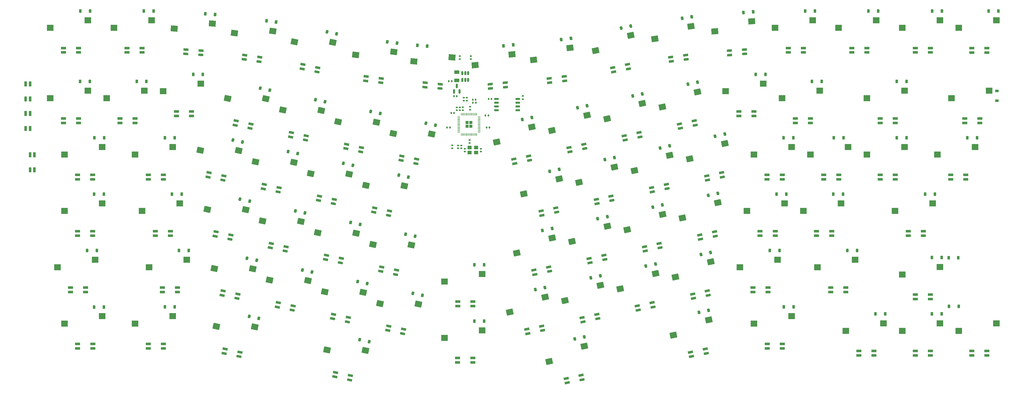
<source format=gbr>
%TF.GenerationSoftware,KiCad,Pcbnew,7.0.10*%
%TF.CreationDate,2024-02-26T23:28:32+01:00*%
%TF.ProjectId,middle,6d696464-6c65-42e6-9b69-6361645f7063,rev?*%
%TF.SameCoordinates,Original*%
%TF.FileFunction,Paste,Bot*%
%TF.FilePolarity,Positive*%
%FSLAX46Y46*%
G04 Gerber Fmt 4.6, Leading zero omitted, Abs format (unit mm)*
G04 Created by KiCad (PCBNEW 7.0.10) date 2024-02-26 23:28:32*
%MOMM*%
%LPD*%
G01*
G04 APERTURE LIST*
G04 Aperture macros list*
%AMRoundRect*
0 Rectangle with rounded corners*
0 $1 Rounding radius*
0 $2 $3 $4 $5 $6 $7 $8 $9 X,Y pos of 4 corners*
0 Add a 4 corners polygon primitive as box body*
4,1,4,$2,$3,$4,$5,$6,$7,$8,$9,$2,$3,0*
0 Add four circle primitives for the rounded corners*
1,1,$1+$1,$2,$3*
1,1,$1+$1,$4,$5*
1,1,$1+$1,$6,$7*
1,1,$1+$1,$8,$9*
0 Add four rect primitives between the rounded corners*
20,1,$1+$1,$2,$3,$4,$5,0*
20,1,$1+$1,$4,$5,$6,$7,0*
20,1,$1+$1,$6,$7,$8,$9,0*
20,1,$1+$1,$8,$9,$2,$3,0*%
%AMRotRect*
0 Rectangle, with rotation*
0 The origin of the aperture is its center*
0 $1 length*
0 $2 width*
0 $3 Rotation angle, in degrees counterclockwise*
0 Add horizontal line*
21,1,$1,$2,0,0,$3*%
G04 Aperture macros list end*
%ADD10R,2.300000X2.000000*%
%ADD11R,1.700000X0.820000*%
%ADD12RoundRect,0.205000X-0.645000X-0.205000X0.645000X-0.205000X0.645000X0.205000X-0.645000X0.205000X0*%
%ADD13RotRect,1.700000X0.820000X12.000000*%
%ADD14RoundRect,0.205000X-0.588283X-0.334623X0.673527X-0.066417X0.588283X0.334623X-0.673527X0.066417X0*%
%ADD15RotRect,1.700000X0.820000X352.000000*%
%ADD16RoundRect,0.205000X-0.667253X-0.113238X0.610192X-0.292772X0.667253X0.113238X-0.610192X0.292772X0*%
%ADD17RotRect,1.700000X0.820000X8.000000*%
%ADD18RoundRect,0.205000X-0.610192X-0.292772X0.667253X-0.113238X0.610192X0.292772X-0.667253X0.113238X0*%
%ADD19RotRect,1.700000X0.820000X348.000000*%
%ADD20RoundRect,0.205000X-0.673527X-0.066417X0.588283X-0.334623X0.673527X0.066417X-0.588283X0.334623X0*%
%ADD21RotRect,1.700000X0.820000X353.000000*%
%ADD22RoundRect,0.205000X-0.665175X-0.124866X0.615209X-0.282078X0.665175X0.124866X-0.615209X0.282078X0*%
%ADD23RotRect,2.300000X2.000000X168.000000*%
%ADD24RotRect,2.300000X2.000000X192.000000*%
%ADD25RotRect,1.700000X0.820000X4.000000*%
%ADD26RoundRect,0.205000X-0.629129X-0.249494X0.657729X-0.159508X0.629129X0.249494X-0.657729X0.159508X0*%
%ADD27RotRect,2.300000X2.000000X176.000000*%
%ADD28RotRect,2.300000X2.000000X184.000000*%
%ADD29RotRect,2.300000X2.000000X172.000000*%
%ADD30RotRect,2.300000X2.000000X188.000000*%
%ADD31RotRect,2.300000X2.000000X173.000000*%
%ADD32RotRect,2.300000X2.000000X187.000000*%
%ADD33RotRect,1.700000X0.820000X7.000000*%
%ADD34RoundRect,0.205000X-0.615209X-0.282078X0.665175X-0.124866X0.615209X0.282078X-0.665175X0.124866X0*%
%ADD35R,0.820000X1.700000*%
%ADD36RoundRect,0.205000X-0.205000X0.645000X-0.205000X-0.645000X0.205000X-0.645000X0.205000X0.645000X0*%
%ADD37RotRect,2.300000X2.000000X175.000000*%
%ADD38RotRect,1.700000X0.820000X5.000000*%
%ADD39RoundRect,0.205000X-0.624679X-0.260435X0.660413X-0.148004X0.624679X0.260435X-0.660413X0.148004X0*%
%ADD40RotRect,2.300000X2.000000X185.000000*%
%ADD41RotRect,1.700000X0.820000X356.000000*%
%ADD42RoundRect,0.205000X-0.657729X-0.159508X0.629129X-0.249494X0.657729X0.159508X-0.629129X0.249494X0*%
%ADD43RotRect,1.700000X0.820000X355.000000*%
%ADD44RoundRect,0.205000X-0.660413X-0.148004X0.624679X-0.260435X0.660413X0.148004X-0.624679X0.260435X0*%
%ADD45RoundRect,0.225000X0.225000X0.375000X-0.225000X0.375000X-0.225000X-0.375000X0.225000X-0.375000X0*%
%ADD46RoundRect,0.225000X0.142116X0.413585X-0.298050X0.320025X-0.142116X-0.413585X0.298050X-0.320025X0*%
%ADD47RoundRect,0.225000X0.375000X-0.225000X0.375000X0.225000X-0.375000X0.225000X-0.375000X-0.225000X0*%
%ADD48RoundRect,0.225000X0.298050X0.320025X-0.142116X0.413585X-0.298050X-0.320025X0.142116X-0.413585X0*%
%ADD49RoundRect,0.150000X0.150000X-0.587500X0.150000X0.587500X-0.150000X0.587500X-0.150000X-0.587500X0*%
%ADD50RoundRect,0.140000X0.170000X-0.140000X0.170000X0.140000X-0.170000X0.140000X-0.170000X-0.140000X0*%
%ADD51RoundRect,0.140000X-0.140000X-0.170000X0.140000X-0.170000X0.140000X0.170000X-0.140000X0.170000X0*%
%ADD52RoundRect,0.135000X-0.185000X0.135000X-0.185000X-0.135000X0.185000X-0.135000X0.185000X0.135000X0*%
%ADD53RoundRect,0.250000X-0.625000X0.375000X-0.625000X-0.375000X0.625000X-0.375000X0.625000X0.375000X0*%
%ADD54RoundRect,0.135000X0.185000X-0.135000X0.185000X0.135000X-0.185000X0.135000X-0.185000X-0.135000X0*%
%ADD55RoundRect,0.225000X0.250611X0.358391X-0.198293X0.389782X-0.250611X-0.358391X0.198293X-0.389782X0*%
%ADD56RoundRect,0.140000X-0.170000X0.140000X-0.170000X-0.140000X0.170000X-0.140000X0.170000X0.140000X0*%
%ADD57RoundRect,0.150000X0.150000X-0.512500X0.150000X0.512500X-0.150000X0.512500X-0.150000X-0.512500X0*%
%ADD58RoundRect,0.140000X0.140000X0.170000X-0.140000X0.170000X-0.140000X-0.170000X0.140000X-0.170000X0*%
%ADD59RoundRect,0.225000X0.256827X0.353963X-0.191460X0.393183X-0.256827X-0.353963X0.191460X-0.393183X0*%
%ADD60RoundRect,0.225000X0.269024X0.344784X-0.177622X0.399625X-0.269024X-0.344784X0.177622X-0.399625X0*%
%ADD61RoundRect,0.225000X0.170620X0.402664X-0.275000X0.340037X-0.170620X-0.402664X0.275000X-0.340037X0*%
%ADD62RoundRect,0.250000X0.292217X0.292217X-0.292217X0.292217X-0.292217X-0.292217X0.292217X-0.292217X0*%
%ADD63RoundRect,0.050000X0.387500X0.050000X-0.387500X0.050000X-0.387500X-0.050000X0.387500X-0.050000X0*%
%ADD64RoundRect,0.050000X0.050000X0.387500X-0.050000X0.387500X-0.050000X-0.387500X0.050000X-0.387500X0*%
%ADD65RoundRect,0.225000X0.198293X0.389782X-0.250611X0.358391X-0.198293X-0.389782X0.250611X-0.358391X0*%
%ADD66R,1.400000X1.200000*%
%ADD67RoundRect,0.150000X0.650000X0.150000X-0.650000X0.150000X-0.650000X-0.150000X0.650000X-0.150000X0*%
%ADD68RoundRect,0.225000X0.275000X0.340037X-0.170620X0.402664X-0.275000X-0.340037X0.170620X-0.402664X0*%
%ADD69RoundRect,0.225000X0.191460X0.393183X-0.256827X0.353963X-0.191460X-0.393183X0.256827X-0.353963X0*%
%ADD70RoundRect,0.225000X0.177622X0.399625X-0.269024X0.344784X-0.177622X-0.399625X0.269024X-0.344784X0*%
G04 APERTURE END LIST*
D10*
%TO.C,KD1*%
X43006300Y-68857500D03*
X55706300Y-66317500D03*
%TD*%
D11*
%TO.C,RGBF7*%
X284818715Y-116170197D03*
X284818715Y-117670197D03*
D12*
X289918715Y-117670197D03*
D11*
X289918715Y-116170197D03*
%TD*%
D10*
%TO.C,KB11*%
X239887200Y-28376200D03*
X252587200Y-25836200D03*
%TD*%
D13*
%TO.C,RGBE8*%
X191448505Y-104856761D03*
X191760372Y-106323983D03*
D14*
X196748925Y-105263633D03*
D13*
X196437058Y-103796411D03*
%TD*%
D15*
%TO.C,RGBA3*%
X77653578Y-16124049D03*
X77444819Y-17609451D03*
D16*
X82495186Y-18319233D03*
D15*
X82703945Y-16833831D03*
%TD*%
D13*
%TO.C,RGBC6*%
X177580162Y-68850547D03*
X177892029Y-70317769D03*
D14*
X182880582Y-69257419D03*
D13*
X182568715Y-67790197D03*
%TD*%
D11*
%TO.C,RGBF1*%
X45078715Y-113780197D03*
X45078715Y-115280197D03*
D12*
X50178715Y-115280197D03*
D11*
X50178715Y-113780197D03*
%TD*%
D10*
%TO.C,KD11*%
X247031000Y-68857500D03*
X259731000Y-66317500D03*
%TD*%
D11*
%TO.C,RGBD11*%
X251478715Y-75690197D03*
X251478715Y-77190197D03*
D12*
X256578715Y-77190197D03*
D11*
X256578715Y-75690197D03*
%TD*%
D17*
%TO.C,RGBA10*%
X221339152Y-16832387D03*
X221547911Y-18317789D03*
D18*
X226598278Y-17608007D03*
D17*
X226389519Y-16122605D03*
%TD*%
D10*
%TO.C,KC12*%
X287512200Y-49807500D03*
X300212200Y-47267500D03*
%TD*%
D19*
%TO.C,RGBF3*%
X108300162Y-123409847D03*
X107988295Y-124877069D03*
D20*
X112976848Y-125937419D03*
D19*
X113288715Y-124470197D03*
%TD*%
D21*
%TO.C,RGBA5*%
X118619124Y-23375021D03*
X118436320Y-24863840D03*
D22*
X123498306Y-25485373D03*
D21*
X123681110Y-23996554D03*
%TD*%
D23*
%TO.C,KC4*%
X99903976Y-56220912D03*
X112854546Y-56376896D03*
%TD*%
D24*
%TO.C,KB10*%
X218513069Y-33688758D03*
X230407448Y-28563785D03*
%TD*%
D23*
%TO.C,KE3*%
X86032776Y-92223612D03*
X98983346Y-92379596D03*
%TD*%
D11*
%TO.C,RGBF10*%
X303868715Y-13770197D03*
X303868715Y-15270197D03*
D12*
X308968715Y-15270197D03*
D11*
X308968715Y-13770197D03*
%TD*%
D25*
%TO.C,RGBA11*%
X241122609Y-14629903D03*
X241227244Y-16126249D03*
D26*
X246314821Y-15770491D03*
D25*
X246210186Y-14274145D03*
%TD*%
D13*
%TO.C,RGBB8*%
X187020162Y-47360547D03*
X187332029Y-48827769D03*
D14*
X192320582Y-47767419D03*
D13*
X192008715Y-46300197D03*
%TD*%
D24*
%TO.C,KB9*%
X199879369Y-37649458D03*
X211773748Y-32524485D03*
%TD*%
D13*
%TO.C,RGBA9*%
X201760162Y-20380546D03*
X202072029Y-21847768D03*
D14*
X207060582Y-20787418D03*
D13*
X206748715Y-19320196D03*
%TD*%
D10*
%TO.C,KC1*%
X40625000Y-49807500D03*
X53325000Y-47267500D03*
%TD*%
D27*
%TO.C,KA2*%
X53869491Y-7150617D03*
X66715735Y-5502712D03*
%TD*%
D10*
%TO.C,KF8*%
X299418500Y-109338700D03*
X312118500Y-106798700D03*
%TD*%
D11*
%TO.C,RGBB13*%
X291968715Y-37580197D03*
X291968715Y-39080197D03*
D12*
X297068715Y-39080197D03*
D11*
X297068715Y-37580197D03*
%TD*%
D24*
%TO.C,KA9*%
X195982069Y-14625358D03*
X207876448Y-9500385D03*
%TD*%
D10*
%TO.C,KA12*%
X256556000Y-6945000D03*
X269256000Y-4405000D03*
%TD*%
D24*
%TO.C,KE8*%
X185676669Y-99095158D03*
X197571048Y-93970185D03*
%TD*%
D10*
%TO.C,KF0*%
X16812550Y-106957500D03*
X29512550Y-104417500D03*
%TD*%
%TO.C,KD13*%
X297037250Y-68857500D03*
X309737250Y-66317500D03*
%TD*%
D13*
%TO.C,RGBB10*%
X224290162Y-39440547D03*
X224602029Y-40907769D03*
D14*
X229590582Y-39847419D03*
D13*
X229278715Y-38380197D03*
%TD*%
D10*
%TO.C,KC11*%
X268462200Y-49807500D03*
X281162200Y-47267500D03*
%TD*%
D11*
%TO.C,RGBC1*%
X45078715Y-56640197D03*
X45078715Y-58140197D03*
D12*
X50178715Y-58140197D03*
D11*
X50178715Y-56640197D03*
%TD*%
D28*
%TO.C,KA11*%
X236201808Y-8127247D03*
X248693690Y-4707527D03*
%TD*%
D24*
%TO.C,KD9*%
X206691569Y-75152658D03*
X218585948Y-70027685D03*
%TD*%
D10*
%TO.C,KA13*%
X277987200Y-6945000D03*
X290687200Y-4405000D03*
%TD*%
D23*
%TO.C,KD4*%
X102285276Y-76202612D03*
X115235846Y-76358596D03*
%TD*%
D29*
%TO.C,KA3*%
X74194970Y-8743124D03*
X87124874Y-7995341D03*
%TD*%
D24*
%TO.C,KF4*%
X180320539Y-119709209D03*
X192214918Y-114584236D03*
%TD*%
D11*
%TO.C,RGBD12*%
X270528715Y-75670197D03*
X270528715Y-77170197D03*
D12*
X275628715Y-77170197D03*
D11*
X275628715Y-75670197D03*
%TD*%
%TO.C,RGBB1*%
X35548715Y-37570197D03*
X35548715Y-39070197D03*
D12*
X40648715Y-39070197D03*
D11*
X40648715Y-37570197D03*
%TD*%
D10*
%TO.C,KF10*%
X299418500Y-6945000D03*
X312118500Y-4405000D03*
%TD*%
%TO.C,KB2*%
X50150000Y-28376200D03*
X62850000Y-25836200D03*
%TD*%
D30*
%TO.C,KA10*%
X215978484Y-10691500D03*
X228201389Y-6408720D03*
%TD*%
D11*
%TO.C,RGBB0*%
X16498715Y-37590197D03*
X16498715Y-39090197D03*
D12*
X21598715Y-39090197D03*
D11*
X21598715Y-37590197D03*
%TD*%
D10*
%TO.C,KB0*%
X12050000Y-30757500D03*
X24750000Y-28217500D03*
%TD*%
D23*
%TO.C,KB6*%
X127731176Y-42660112D03*
X140681746Y-42816096D03*
%TD*%
D31*
%TO.C,KA5*%
X115042896Y-16058053D03*
X127957781Y-15084727D03*
%TD*%
D19*
%TO.C,RGBD4*%
X105220162Y-83799847D03*
X104908295Y-85267069D03*
D20*
X109896848Y-86327419D03*
D19*
X110208715Y-84860197D03*
%TD*%
D23*
%TO.C,KB4*%
X90463776Y-34738712D03*
X103414346Y-34894696D03*
%TD*%
D10*
%TO.C,KE6*%
X145018600Y-111720000D03*
X157718600Y-109180000D03*
%TD*%
D24*
%TO.C,KC7*%
X190439169Y-59131658D03*
X202333548Y-54006685D03*
%TD*%
%TO.C,KC6*%
X171805469Y-63092358D03*
X183699848Y-57967385D03*
%TD*%
D19*
%TO.C,RGBE5*%
X126230162Y-107759847D03*
X125918295Y-109227069D03*
D20*
X130906848Y-110287419D03*
D19*
X131218715Y-108820197D03*
%TD*%
D10*
%TO.C,KE11*%
X244649700Y-87907500D03*
X257349700Y-85367500D03*
%TD*%
D11*
%TO.C,RGBF6*%
X253868715Y-113790197D03*
X253868715Y-115290197D03*
D12*
X258968715Y-115290197D03*
D11*
X258968715Y-113790197D03*
%TD*%
D32*
%TO.C,KA8*%
X175098662Y-17764213D03*
X187394450Y-13695405D03*
%TD*%
D13*
%TO.C,RGBD7*%
X175200162Y-88830547D03*
X175512029Y-90297769D03*
D14*
X180500582Y-89237419D03*
D13*
X180188715Y-87770197D03*
%TD*%
D19*
%TO.C,RGBB6*%
X130660372Y-50266411D03*
X130348505Y-51733633D03*
D20*
X135337058Y-52793983D03*
D19*
X135648925Y-51326761D03*
%TD*%
D23*
%TO.C,KE4*%
X104666476Y-96184412D03*
X117617046Y-96340396D03*
%TD*%
D10*
%TO.C,KF11*%
X318468500Y-6945000D03*
X331168500Y-4405000D03*
%TD*%
D23*
%TO.C,KC3*%
X81270276Y-52260212D03*
X94220846Y-52416196D03*
%TD*%
%TO.C,KB3*%
X71830076Y-30778012D03*
X84780646Y-30933996D03*
%TD*%
D11*
%TO.C,RGBF11*%
X322918715Y-13780197D03*
X322918715Y-15280197D03*
D12*
X328018715Y-15280197D03*
D11*
X328018715Y-13780197D03*
%TD*%
D24*
%TO.C,KD7*%
X169424169Y-83074158D03*
X181318548Y-77949185D03*
%TD*%
D11*
%TO.C,RGBF8*%
X303868715Y-116160197D03*
X303868715Y-117660197D03*
D12*
X308968715Y-117660197D03*
D11*
X308968715Y-116160197D03*
%TD*%
D19*
%TO.C,RGBE3*%
X88960372Y-99826411D03*
X88648505Y-101293633D03*
D20*
X93637058Y-102353983D03*
D19*
X93948925Y-100886761D03*
%TD*%
D11*
%TO.C,RGBD1*%
X47458715Y-75690197D03*
X47458715Y-77190197D03*
D12*
X52558715Y-77190197D03*
D11*
X52558715Y-75690197D03*
%TD*%
D13*
%TO.C,RGBF5*%
X228020162Y-116550547D03*
X228332029Y-118017769D03*
D14*
X233320582Y-116957419D03*
D13*
X233008715Y-115490197D03*
%TD*%
D11*
%TO.C,RGBB11*%
X244338715Y-35210197D03*
X244338715Y-36710197D03*
D12*
X249438715Y-36710197D03*
D11*
X249438715Y-35210197D03*
%TD*%
%TO.C,RGBE11*%
X249098715Y-94740197D03*
X249098715Y-96240197D03*
D12*
X254198715Y-96240197D03*
D11*
X254198715Y-94740197D03*
%TD*%
D13*
%TO.C,RGBB7*%
X168390162Y-51330547D03*
X168702029Y-52797769D03*
D14*
X173690582Y-51737419D03*
D13*
X173378715Y-50270197D03*
%TD*%
D23*
%TO.C,KD2*%
X65017876Y-68281212D03*
X77968446Y-68437196D03*
%TD*%
D10*
%TO.C,KD6*%
X145018600Y-92670000D03*
X157718600Y-90130000D03*
%TD*%
%TO.C,KF7*%
X280368500Y-109338700D03*
X293068500Y-106798700D03*
%TD*%
D11*
%TO.C,RGBE12*%
X275298715Y-94740197D03*
X275298715Y-96240197D03*
D12*
X280398715Y-96240197D03*
D11*
X280398715Y-94740197D03*
%TD*%
%TO.C,RGBA13*%
X282438715Y-13770197D03*
X282438715Y-15270197D03*
D12*
X287538715Y-15270197D03*
D11*
X287538715Y-13770197D03*
%TD*%
D13*
%TO.C,RGBB9*%
X205658505Y-43406761D03*
X205970372Y-44873983D03*
D14*
X210958925Y-43813633D03*
D13*
X210647058Y-42346411D03*
%TD*%
D11*
%TO.C,RGBE13*%
X303868715Y-97120197D03*
X303868715Y-98620197D03*
D12*
X308968715Y-98620197D03*
D11*
X308968715Y-97120197D03*
%TD*%
D23*
%TO.C,KC2*%
X62636576Y-48299412D03*
X75587146Y-48455396D03*
%TD*%
D10*
%TO.C,KE12*%
X270843450Y-87907500D03*
X283543450Y-85367500D03*
%TD*%
%TO.C,KC13*%
X311324700Y-49807500D03*
X324024700Y-47267500D03*
%TD*%
D11*
%TO.C,RGBC10*%
X253858715Y-56630197D03*
X253858715Y-58130197D03*
D12*
X258958715Y-58130197D03*
D11*
X258958715Y-56630197D03*
%TD*%
D13*
%TO.C,RGBF4*%
X186090162Y-125460547D03*
X186402029Y-126927769D03*
D14*
X191390582Y-125867419D03*
D13*
X191078715Y-124400197D03*
%TD*%
%TO.C,RGBD9*%
X212460162Y-80900547D03*
X212772029Y-82367769D03*
D14*
X217760582Y-81307419D03*
D13*
X217448715Y-79840197D03*
%TD*%
D23*
%TO.C,KE5*%
X123300276Y-100145112D03*
X136250846Y-100301096D03*
%TD*%
D11*
%TO.C,RGBC0*%
X21258715Y-56640197D03*
X21258715Y-58140197D03*
D12*
X26358715Y-58140197D03*
D11*
X26358715Y-56640197D03*
%TD*%
%TO.C,RGBC11*%
X272918715Y-56640197D03*
X272918715Y-58140197D03*
D12*
X278018715Y-58140197D03*
D11*
X278018715Y-56640197D03*
%TD*%
D33*
%TO.C,RGBA8*%
X180346320Y-23996554D03*
X180529124Y-25485373D03*
D34*
X185591110Y-24863840D03*
D33*
X185408306Y-23375021D03*
%TD*%
D23*
%TO.C,KC5*%
X118537776Y-60181612D03*
X131488346Y-60337596D03*
%TD*%
D24*
%TO.C,KC8*%
X209072869Y-55170958D03*
X220967248Y-50045985D03*
%TD*%
D23*
%TO.C,KA4*%
X94361076Y-11714612D03*
X107311646Y-11870596D03*
%TD*%
D35*
%TO.C,RGBI0*%
X6713715Y-49837500D03*
X5213715Y-49837500D03*
D36*
X5213715Y-54937500D03*
D35*
X6713715Y-54937500D03*
%TD*%
%TO.C,RGBI2*%
X5213715Y-25865197D03*
X3713715Y-25865197D03*
D36*
X3713715Y-30965197D03*
D35*
X5213715Y-30965197D03*
%TD*%
D11*
%TO.C,RGBA1*%
X37928715Y-13770197D03*
X37928715Y-15270197D03*
D12*
X43028715Y-15270197D03*
D11*
X43028715Y-13770197D03*
%TD*%
%TO.C,RGBC13*%
X315778715Y-56630197D03*
X315778715Y-58130197D03*
D12*
X320878715Y-58130197D03*
D11*
X320878715Y-56630197D03*
%TD*%
D13*
%TO.C,RGBD10*%
X231100162Y-76940547D03*
X231412029Y-78407769D03*
D14*
X236400582Y-77347419D03*
D13*
X236088715Y-75880197D03*
%TD*%
D10*
%TO.C,KD0*%
X16812550Y-68857500D03*
X29512550Y-66317500D03*
%TD*%
D37*
%TO.C,KA6*%
X134701195Y-18317340D03*
X147574243Y-16893884D03*
%TD*%
D11*
%TO.C,RGBF12*%
X320538715Y-37590197D03*
X320538715Y-39090197D03*
D12*
X325638715Y-39090197D03*
D11*
X325638715Y-37590197D03*
%TD*%
D10*
%TO.C,KD12*%
X266081000Y-68857500D03*
X278781000Y-66317500D03*
%TD*%
D38*
%TO.C,RGBA7*%
X160418122Y-25954690D03*
X160548855Y-27448982D03*
D39*
X165629448Y-27004488D03*
D38*
X165498715Y-25510196D03*
%TD*%
D10*
%TO.C,KB12*%
X258937200Y-30757500D03*
X271637200Y-28217500D03*
%TD*%
D23*
%TO.C,KF2*%
X68096790Y-107886802D03*
X81047360Y-108042785D03*
%TD*%
D10*
%TO.C,KA0*%
X12050000Y-6945000D03*
X24750000Y-4405000D03*
%TD*%
%TO.C,KF12*%
X316087200Y-30757500D03*
X328787200Y-28217500D03*
%TD*%
D13*
%TO.C,RGBE9*%
X210078505Y-100886761D03*
X210390372Y-102353983D03*
D14*
X215378925Y-101293633D03*
D13*
X215067058Y-99826411D03*
%TD*%
D24*
%TO.C,KB7*%
X162611969Y-45570958D03*
X174506348Y-40445985D03*
%TD*%
D10*
%TO.C,KE0*%
X14431250Y-87907500D03*
X27131250Y-85367500D03*
%TD*%
D24*
%TO.C,KB8*%
X181245669Y-41610158D03*
X193140048Y-36485185D03*
%TD*%
D11*
%TO.C,RGBE1*%
X49848715Y-94740197D03*
X49848715Y-96240197D03*
D12*
X54948715Y-96240197D03*
D11*
X54948715Y-94740197D03*
%TD*%
D24*
%TO.C,KC9*%
X227706569Y-51210258D03*
X239600948Y-46085285D03*
%TD*%
D19*
%TO.C,RGBC2*%
X65570372Y-55906411D03*
X65258505Y-57373633D03*
D20*
X70247058Y-58433983D03*
D19*
X70558925Y-56966761D03*
%TD*%
D10*
%TO.C,KB13*%
X287512200Y-30757500D03*
X300212200Y-28217500D03*
%TD*%
D23*
%TO.C,KB5*%
X109097476Y-38699412D03*
X122048046Y-38855396D03*
%TD*%
D10*
%TO.C,KE1*%
X45387500Y-87907500D03*
X58087500Y-85367500D03*
%TD*%
D19*
%TO.C,RGBC5*%
X121470372Y-67786411D03*
X121158505Y-69253633D03*
D20*
X126147058Y-70313983D03*
D19*
X126458925Y-68846761D03*
%TD*%
D10*
%TO.C,KC0*%
X16812500Y-49807500D03*
X29512500Y-47267500D03*
%TD*%
D40*
%TO.C,KA7*%
X155389288Y-19537504D03*
X167819585Y-15900291D03*
%TD*%
D13*
%TO.C,RGBD8*%
X193828505Y-84866761D03*
X194140372Y-86333983D03*
D14*
X199128925Y-85273633D03*
D13*
X198817058Y-83806411D03*
%TD*%
D23*
%TO.C,KF3*%
X105364274Y-115808240D03*
X118314844Y-115964224D03*
%TD*%
D19*
%TO.C,RGBB3*%
X74760372Y-38376411D03*
X74448505Y-39843633D03*
D20*
X79437058Y-40903983D03*
D19*
X79748925Y-39436761D03*
%TD*%
D11*
%TO.C,RGBF0*%
X21268715Y-113770197D03*
X21268715Y-115270197D03*
D12*
X26368715Y-115270197D03*
D11*
X26368715Y-113770197D03*
%TD*%
%TO.C,RGBA0*%
X16488715Y-13770197D03*
X16488715Y-15270197D03*
D12*
X21588715Y-15270197D03*
D11*
X21588715Y-13770197D03*
%TD*%
D10*
%TO.C,KF9*%
X318468500Y-109338700D03*
X331168500Y-106798700D03*
%TD*%
D11*
%TO.C,RGBE0*%
X18878715Y-94740197D03*
X18878715Y-96240197D03*
D12*
X23978715Y-96240197D03*
D11*
X23978715Y-94740197D03*
%TD*%
D19*
%TO.C,RGBC3*%
X84200162Y-59869847D03*
X83888295Y-61337069D03*
D20*
X88876848Y-62397419D03*
D19*
X89188715Y-60930197D03*
%TD*%
D23*
%TO.C,KD3*%
X83651576Y-72241912D03*
X96602146Y-72397896D03*
%TD*%
%TO.C,KE2*%
X67399076Y-88262912D03*
X80349646Y-88418896D03*
%TD*%
D24*
%TO.C,KF5*%
X222246383Y-110797568D03*
X234140762Y-105672595D03*
%TD*%
D19*
%TO.C,RGBE4*%
X107600372Y-103786411D03*
X107288505Y-105253633D03*
D20*
X112277058Y-106313983D03*
D19*
X112588925Y-104846761D03*
%TD*%
D24*
%TO.C,KD8*%
X188057869Y-79113358D03*
X199952248Y-73988385D03*
%TD*%
D23*
%TO.C,KD5*%
X120918976Y-80163312D03*
X133869546Y-80319296D03*
%TD*%
D11*
%TO.C,RGBC12*%
X291968715Y-56640197D03*
X291968715Y-58140197D03*
D12*
X297068715Y-58140197D03*
D11*
X297068715Y-56640197D03*
%TD*%
%TO.C,RGBF9*%
X322918715Y-116170197D03*
X322918715Y-117670197D03*
D12*
X328018715Y-117670197D03*
D11*
X328018715Y-116170197D03*
%TD*%
%TO.C,RGBD0*%
X21258715Y-75690197D03*
X21258715Y-77190197D03*
D12*
X26358715Y-77190197D03*
D11*
X26358715Y-75690197D03*
%TD*%
D13*
%TO.C,RGBC7*%
X196208505Y-64886761D03*
X196520372Y-66353983D03*
D14*
X201508925Y-65293633D03*
D13*
X201197058Y-63826411D03*
%TD*%
%TO.C,RGBE10*%
X228718505Y-96926761D03*
X229030372Y-98393983D03*
D14*
X234018925Y-97333633D03*
D13*
X233707058Y-95866411D03*
%TD*%
D10*
%TO.C,KC10*%
X249412200Y-49807500D03*
X262112200Y-47267500D03*
%TD*%
D11*
%TO.C,RGBA12*%
X260998715Y-13770197D03*
X260998715Y-15270197D03*
D12*
X266098715Y-15270197D03*
D11*
X266098715Y-13770197D03*
%TD*%
D13*
%TO.C,RGBC9*%
X233478505Y-56966761D03*
X233790372Y-58433983D03*
D14*
X238778925Y-57373633D03*
D13*
X238467058Y-55906411D03*
%TD*%
D41*
%TO.C,RGBA2*%
X57817603Y-14264331D03*
X57712968Y-15760677D03*
D42*
X62800545Y-16116435D03*
D41*
X62905180Y-14620089D03*
%TD*%
D19*
%TO.C,RGBB4*%
X93400162Y-42349847D03*
X93088295Y-43817069D03*
D20*
X98076848Y-44877419D03*
D19*
X98388715Y-43410197D03*
%TD*%
D13*
%TO.C,RGBC8*%
X214850162Y-60920547D03*
X215162029Y-62387769D03*
D14*
X220150582Y-61327419D03*
D13*
X219838715Y-59860197D03*
%TD*%
D19*
%TO.C,RGBB5*%
X112030162Y-46309847D03*
X111718295Y-47777069D03*
D20*
X116706848Y-48837419D03*
D19*
X117018715Y-47370197D03*
%TD*%
D11*
%TO.C,RGBB2*%
X54598715Y-35200197D03*
X54598715Y-36700197D03*
D12*
X59698715Y-36700197D03*
D11*
X59698715Y-35200197D03*
%TD*%
D10*
%TO.C,KA1*%
X33481300Y-6945000D03*
X46181300Y-4405000D03*
%TD*%
D19*
%TO.C,RGBF2*%
X71030162Y-115489847D03*
X70718295Y-116957069D03*
D20*
X75706848Y-118017419D03*
D19*
X76018715Y-116550197D03*
%TD*%
D24*
%TO.C,KE9*%
X204310369Y-95134458D03*
X216204748Y-90009485D03*
%TD*%
D13*
%TO.C,RGBE7*%
X172818505Y-108806761D03*
X173130372Y-110273983D03*
D14*
X178118925Y-109213633D03*
D13*
X177807058Y-107746411D03*
%TD*%
D19*
%TO.C,RGBD5*%
X123850162Y-87769847D03*
X123538295Y-89237069D03*
D20*
X128526848Y-90297419D03*
D19*
X128838715Y-88830197D03*
%TD*%
D11*
%TO.C,RGBB12*%
X263398715Y-37590197D03*
X263398715Y-39090197D03*
D12*
X268498715Y-39090197D03*
D11*
X268498715Y-37590197D03*
%TD*%
D43*
%TO.C,RGBA6*%
X138543785Y-25510804D03*
X138413052Y-27005096D03*
D44*
X143493645Y-27449590D03*
D43*
X143624378Y-25955298D03*
%TD*%
D11*
%TO.C,RGBD13*%
X301488715Y-75680197D03*
X301488715Y-77180197D03*
D12*
X306588715Y-77180197D03*
D11*
X306588715Y-75680197D03*
%TD*%
D19*
%TO.C,RGBD2*%
X67960162Y-75889847D03*
X67648295Y-77357069D03*
D20*
X72636848Y-78417419D03*
D19*
X72948715Y-76950197D03*
%TD*%
D11*
%TO.C,RGBE6*%
X149463715Y-118540197D03*
X149463715Y-120040197D03*
D12*
X154563715Y-120040197D03*
D11*
X154563715Y-118540197D03*
%TD*%
%TO.C,RGBD6*%
X149468715Y-99500197D03*
X149468715Y-101000197D03*
D12*
X154568715Y-101000197D03*
D11*
X154568715Y-99500197D03*
%TD*%
D24*
%TO.C,KE10*%
X222944069Y-91173658D03*
X234838448Y-86048685D03*
%TD*%
D35*
%TO.C,RGBI1*%
X5213715Y-35845197D03*
X3713715Y-35845197D03*
D36*
X3713715Y-40945197D03*
D35*
X5213715Y-40945197D03*
%TD*%
D19*
%TO.C,RGBA4*%
X97300372Y-19316411D03*
X96988505Y-20783633D03*
D20*
X101977058Y-21843983D03*
D19*
X102288925Y-20376761D03*
%TD*%
%TO.C,RGBD3*%
X86580162Y-79839847D03*
X86268295Y-81307069D03*
D20*
X91256848Y-82367419D03*
D19*
X91568715Y-80900197D03*
%TD*%
D10*
%TO.C,KF6*%
X249412250Y-106957500D03*
X262112250Y-104417500D03*
%TD*%
%TO.C,KB1*%
X31100000Y-30757500D03*
X43800000Y-28217500D03*
%TD*%
D24*
%TO.C,KD10*%
X225325269Y-71191958D03*
X237219648Y-66066985D03*
%TD*%
D10*
%TO.C,KF1*%
X40625050Y-106957500D03*
X53325050Y-104417500D03*
%TD*%
D19*
%TO.C,RGBE2*%
X70330372Y-95866411D03*
X70018505Y-97333633D03*
D20*
X75007058Y-98393983D03*
D19*
X75318925Y-96926761D03*
%TD*%
D10*
%TO.C,KE13*%
X299418500Y-90288700D03*
X312118500Y-87748700D03*
%TD*%
D24*
%TO.C,KE7*%
X167042969Y-103055858D03*
X178937348Y-97930885D03*
%TD*%
D19*
%TO.C,RGBC4*%
X102840372Y-63826411D03*
X102528505Y-65293633D03*
D20*
X107517058Y-66353983D03*
D19*
X107828925Y-64886761D03*
%TD*%
D45*
%TO.C,DC0*%
X30188715Y-44100197D03*
X26888715Y-44100197D03*
%TD*%
%TO.C,DC11*%
X279646215Y-44130197D03*
X276346215Y-44130197D03*
%TD*%
%TO.C,DE1*%
X58758715Y-82220197D03*
X55458715Y-82220197D03*
%TD*%
%TO.C,DC10*%
X262748715Y-44130197D03*
X259448715Y-44130197D03*
%TD*%
D46*
%TO.C,DD10*%
X237192659Y-62867143D03*
X233964771Y-63553251D03*
%TD*%
D45*
%TO.C,DE11*%
X258038715Y-82220197D03*
X254738715Y-82220197D03*
%TD*%
D47*
%TO.C,DF12*%
X331338715Y-31560197D03*
X331338715Y-28260197D03*
%TD*%
D45*
%TO.C,DB11*%
X253278715Y-22710197D03*
X249978715Y-22710197D03*
%TD*%
%TO.C,DA13*%
X291356215Y-1270197D03*
X288056215Y-1270197D03*
%TD*%
D48*
%TO.C,DC5*%
X132802659Y-57383251D03*
X129574771Y-56697143D03*
%TD*%
D49*
%TO.C,U1*%
X150128715Y-28470197D03*
X148228715Y-28470197D03*
X149178715Y-26595197D03*
%TD*%
D50*
%TO.C,C6*%
X153628715Y-34600197D03*
X153628715Y-33640197D03*
%TD*%
D51*
%TO.C,C9*%
X154609999Y-32224181D03*
X155569999Y-32224181D03*
%TD*%
D45*
%TO.C,DB0*%
X25408715Y-25070197D03*
X22108715Y-25070197D03*
%TD*%
D46*
%TO.C,DC9*%
X239562659Y-42867143D03*
X236334771Y-43553251D03*
%TD*%
%TO.C,DD8*%
X199932659Y-70787143D03*
X196704771Y-71473251D03*
%TD*%
D45*
%TO.C,DF7*%
X293736215Y-103660197D03*
X290436215Y-103660197D03*
%TD*%
D46*
%TO.C,DD9*%
X218532659Y-66827143D03*
X215304771Y-67513251D03*
%TD*%
D52*
%TO.C,R4*%
X151568715Y-30585197D03*
X151568715Y-31605197D03*
%TD*%
D53*
%TO.C,F1*%
X149168715Y-21915197D03*
X149168715Y-24715197D03*
%TD*%
D45*
%TO.C,DF9*%
X318478715Y-101110197D03*
X315178715Y-101110197D03*
%TD*%
D54*
%TO.C,R1*%
X150148715Y-17510197D03*
X150148715Y-16490197D03*
%TD*%
D55*
%TO.C,DA2*%
X67598715Y-2450197D03*
X64306753Y-2220001D03*
%TD*%
D46*
%TO.C,DB7*%
X174502659Y-37217143D03*
X171274771Y-37903251D03*
%TD*%
D54*
%TO.C,R2*%
X153878715Y-17530197D03*
X153878715Y-16510197D03*
%TD*%
D45*
%TO.C,DE12*%
X284178715Y-82240197D03*
X280878715Y-82240197D03*
%TD*%
D48*
%TO.C,DD5*%
X135152659Y-77383251D03*
X131924771Y-76697143D03*
%TD*%
D46*
%TO.C,DE8*%
X197582659Y-90777143D03*
X194354771Y-91463251D03*
%TD*%
%TO.C,DB9*%
X211742659Y-29277143D03*
X208514771Y-29963251D03*
%TD*%
D51*
%TO.C,C11*%
X158858715Y-36580197D03*
X159818715Y-36580197D03*
%TD*%
D48*
%TO.C,DE4*%
X118916603Y-93396305D03*
X115688715Y-92710197D03*
%TD*%
D51*
%TO.C,C1*%
X146488715Y-24950197D03*
X147448715Y-24950197D03*
%TD*%
D45*
%TO.C,DD12*%
X279456215Y-63150197D03*
X276156215Y-63150197D03*
%TD*%
D50*
%TO.C,C10*%
X150189182Y-34774354D03*
X150189182Y-33814354D03*
%TD*%
D56*
%TO.C,C14*%
X150658715Y-46690197D03*
X150658715Y-47650197D03*
%TD*%
D45*
%TO.C,DB2*%
X63528715Y-22700197D03*
X60228715Y-22700197D03*
%TD*%
D48*
%TO.C,DC3*%
X95502659Y-49473251D03*
X92274771Y-48787143D03*
%TD*%
D51*
%TO.C,C13*%
X159205298Y-40593127D03*
X160165298Y-40593127D03*
%TD*%
D57*
%TO.C,U4*%
X152958715Y-24527697D03*
X152008715Y-24527697D03*
X151058715Y-24527697D03*
X151058715Y-22252697D03*
X152008715Y-22252697D03*
X152958715Y-22252697D03*
%TD*%
D48*
%TO.C,DA4*%
X108626603Y-8956305D03*
X105398715Y-8270197D03*
%TD*%
D46*
%TO.C,DC7*%
X202312659Y-50807143D03*
X199084771Y-51493251D03*
%TD*%
D56*
%TO.C,C7*%
X149618715Y-46690197D03*
X149618715Y-47650197D03*
%TD*%
D48*
%TO.C,DE2*%
X81652659Y-85493251D03*
X78424771Y-84807143D03*
%TD*%
D58*
%TO.C,C12*%
X146848715Y-40600198D03*
X145888715Y-40600198D03*
%TD*%
D45*
%TO.C,DC13*%
X324706215Y-44080197D03*
X321406215Y-44080197D03*
%TD*%
%TO.C,DF6*%
X262778715Y-101270197D03*
X259478715Y-101270197D03*
%TD*%
%TO.C,DB12*%
X272316215Y-25070197D03*
X269016215Y-25070197D03*
%TD*%
D52*
%TO.C,R0*%
X171418714Y-30000196D03*
X171418714Y-31020196D03*
%TD*%
D45*
%TO.C,DD11*%
X260358715Y-63160197D03*
X257058715Y-63160197D03*
%TD*%
%TO.C,DB13*%
X300868715Y-25090196D03*
X297568715Y-25090196D03*
%TD*%
D46*
%TO.C,DE9*%
X216192659Y-86797143D03*
X212964771Y-87483251D03*
%TD*%
D48*
%TO.C,DD2*%
X79282659Y-65513251D03*
X76054771Y-64827143D03*
%TD*%
D45*
%TO.C,DD6*%
X158376215Y-86990197D03*
X155076215Y-86990197D03*
%TD*%
%TO.C,DF0*%
X30158715Y-101300197D03*
X26858715Y-101300197D03*
%TD*%
%TO.C,DA0*%
X25436215Y-1280197D03*
X22136215Y-1280197D03*
%TD*%
D48*
%TO.C,DC2*%
X76882659Y-45553251D03*
X73654771Y-44867143D03*
%TD*%
%TO.C,DB4*%
X104722659Y-31943251D03*
X101494771Y-31257143D03*
%TD*%
%TO.C,DB3*%
X86092659Y-28023251D03*
X82864771Y-27337143D03*
%TD*%
%TO.C,DD3*%
X97942659Y-69473251D03*
X94714771Y-68787143D03*
%TD*%
D46*
%TO.C,DA9*%
X207882659Y-6307143D03*
X204654771Y-6993251D03*
%TD*%
D45*
%TO.C,DD0*%
X30126215Y-63190197D03*
X26826215Y-63190197D03*
%TD*%
D46*
%TO.C,DD7*%
X181306603Y-74724089D03*
X178078715Y-75410197D03*
%TD*%
D48*
%TO.C,DB5*%
X123352659Y-35903251D03*
X120124771Y-35217143D03*
%TD*%
D46*
%TO.C,DF5*%
X234112659Y-102467143D03*
X230884771Y-103153251D03*
%TD*%
D48*
%TO.C,DE3*%
X100292659Y-89453251D03*
X97064771Y-88767143D03*
%TD*%
%TO.C,DE5*%
X137572659Y-97333251D03*
X134344771Y-96647143D03*
%TD*%
D45*
%TO.C,DF13*%
X318376215Y-84620197D03*
X315076215Y-84620197D03*
%TD*%
D46*
%TO.C,DB8*%
X193102659Y-33267143D03*
X189874771Y-33953251D03*
%TD*%
D59*
%TO.C,DA6*%
X139166492Y-13104004D03*
X135879050Y-12816390D03*
%TD*%
D58*
%TO.C,C5*%
X160868716Y-31010195D03*
X159908716Y-31010195D03*
%TD*%
D45*
%TO.C,DF1*%
X53968715Y-101280197D03*
X50668715Y-101280197D03*
%TD*%
D56*
%TO.C,C2*%
X157268715Y-47790197D03*
X157268715Y-48750197D03*
%TD*%
D45*
%TO.C,DE13*%
X312768715Y-84590197D03*
X309468715Y-84590197D03*
%TD*%
%TO.C,DA12*%
X269976215Y-1260197D03*
X266676215Y-1260197D03*
%TD*%
D51*
%TO.C,C17*%
X148228715Y-30035197D03*
X149188715Y-30035197D03*
%TD*%
D50*
%TO.C,C3*%
X151888715Y-48750197D03*
X151888715Y-47790197D03*
%TD*%
D45*
%TO.C,DE6*%
X158378715Y-106050197D03*
X155078715Y-106050197D03*
%TD*%
D60*
%TO.C,DA5*%
X129016416Y-12081281D03*
X125741014Y-11679113D03*
%TD*%
D52*
%TO.C,R3*%
X152568715Y-30580197D03*
X152568715Y-31600197D03*
%TD*%
D48*
%TO.C,DC4*%
X114152659Y-53423251D03*
X110924771Y-52737143D03*
%TD*%
%TO.C,DB6*%
X141972659Y-39853251D03*
X138744771Y-39167143D03*
%TD*%
D45*
%TO.C,DD13*%
X310428715Y-63180197D03*
X307128715Y-63180197D03*
%TD*%
D46*
%TO.C,DE7*%
X178922659Y-94697143D03*
X175694771Y-95383251D03*
%TD*%
D61*
%TO.C,DA10*%
X228432657Y-3220561D03*
X225164773Y-3679833D03*
%TD*%
D58*
%TO.C,C15*%
X148250877Y-35736851D03*
X147290877Y-35736851D03*
%TD*%
D62*
%TO.C,U3*%
X153918715Y-40240197D03*
X153918715Y-38965197D03*
X152643715Y-40240197D03*
X152643715Y-38965197D03*
D63*
X156718715Y-37002697D03*
X156718715Y-37402697D03*
X156718715Y-37802697D03*
X156718715Y-38202697D03*
X156718715Y-38602697D03*
X156718715Y-39002697D03*
X156718715Y-39402697D03*
X156718715Y-39802697D03*
X156718715Y-40202697D03*
X156718715Y-40602697D03*
X156718715Y-41002697D03*
X156718715Y-41402697D03*
X156718715Y-41802697D03*
X156718715Y-42202697D03*
D64*
X155881215Y-43040197D03*
X155481215Y-43040197D03*
X155081215Y-43040197D03*
X154681215Y-43040197D03*
X154281215Y-43040197D03*
X153881215Y-43040197D03*
X153481215Y-43040197D03*
X153081215Y-43040197D03*
X152681215Y-43040197D03*
X152281215Y-43040197D03*
X151881215Y-43040197D03*
X151481215Y-43040197D03*
X151081215Y-43040197D03*
X150681215Y-43040197D03*
D63*
X149843715Y-42202697D03*
X149843715Y-41802697D03*
X149843715Y-41402697D03*
X149843715Y-41002697D03*
X149843715Y-40602697D03*
X149843715Y-40202697D03*
X149843715Y-39802697D03*
X149843715Y-39402697D03*
X149843715Y-39002697D03*
X149843715Y-38602697D03*
X149843715Y-38202697D03*
X149843715Y-37802697D03*
X149843715Y-37402697D03*
X149843715Y-37002697D03*
D64*
X150681215Y-36165197D03*
X151081215Y-36165197D03*
X151481215Y-36165197D03*
X151881215Y-36165197D03*
X152281215Y-36165197D03*
X152681215Y-36165197D03*
X153081215Y-36165197D03*
X153481215Y-36165197D03*
X153881215Y-36165197D03*
X154281215Y-36165197D03*
X154681215Y-36165197D03*
X155081215Y-36165197D03*
X155481215Y-36165197D03*
X155881215Y-36165197D03*
%TD*%
D45*
%TO.C,DD1*%
X56368715Y-63170197D03*
X53068715Y-63170197D03*
%TD*%
D51*
%TO.C,C4*%
X154595857Y-31234231D03*
X155555857Y-31234231D03*
%TD*%
D65*
%TO.C,DA11*%
X249147440Y-1545099D03*
X245855478Y-1775295D03*
%TD*%
D66*
%TO.C,Y1*%
X153478715Y-47420197D03*
X155678715Y-47420197D03*
X155678715Y-49120197D03*
X153478715Y-49120197D03*
%TD*%
D46*
%TO.C,DC8*%
X220952659Y-46847143D03*
X217724771Y-47533251D03*
%TD*%
D67*
%TO.C,U2*%
X169718715Y-31005197D03*
X169718715Y-32275197D03*
X169718715Y-33545197D03*
X169718715Y-34815197D03*
X162518715Y-34815197D03*
X162518715Y-33545197D03*
X162518715Y-32275197D03*
X162518715Y-31005197D03*
%TD*%
D50*
%TO.C,C16*%
X149192163Y-34781424D03*
X149192163Y-33821424D03*
%TD*%
D54*
%TO.C,R6*%
X147608715Y-47680197D03*
X147608715Y-46660197D03*
%TD*%
D46*
%TO.C,DC6*%
X183692659Y-54767143D03*
X180464771Y-55453251D03*
%TD*%
D45*
%TO.C,DC12*%
X300918715Y-44110197D03*
X297618715Y-44110197D03*
%TD*%
%TO.C,DB1*%
X44478715Y-25090197D03*
X41178715Y-25090197D03*
%TD*%
D48*
%TO.C,DD4*%
X116572659Y-73423251D03*
X113344771Y-72737143D03*
%TD*%
D45*
%TO.C,DA1*%
X46866215Y-1290197D03*
X43566215Y-1290197D03*
%TD*%
D48*
%TO.C,DF2*%
X82362659Y-105133251D03*
X79134771Y-104447143D03*
%TD*%
D45*
%TO.C,DE0*%
X27798715Y-82240197D03*
X24498715Y-82240197D03*
%TD*%
%TO.C,DF11*%
X331858715Y-1280197D03*
X328558715Y-1280197D03*
%TD*%
D68*
%TO.C,DA3*%
X88252657Y-4999833D03*
X84984773Y-4540561D03*
%TD*%
D46*
%TO.C,DF4*%
X192192659Y-111377143D03*
X188964771Y-112063251D03*
%TD*%
D69*
%TO.C,DA7*%
X168236492Y-12726390D03*
X164949050Y-13014004D03*
%TD*%
D46*
%TO.C,DB10*%
X230402659Y-25327143D03*
X227174771Y-26013251D03*
%TD*%
D48*
%TO.C,DF3*%
X119602659Y-113033251D03*
X116374771Y-112347143D03*
%TD*%
D45*
%TO.C,DF8*%
X312748715Y-103630197D03*
X309448715Y-103630197D03*
%TD*%
D54*
%TO.C,R5*%
X153478715Y-45880197D03*
X153478715Y-44860197D03*
%TD*%
D70*
%TO.C,DA8*%
X187656416Y-10529113D03*
X184381014Y-10931281D03*
%TD*%
D45*
%TO.C,DC1*%
X53988715Y-44120197D03*
X50688715Y-44120197D03*
%TD*%
%TO.C,DF10*%
X312816215Y-1270197D03*
X309516215Y-1270197D03*
%TD*%
D50*
%TO.C,C8*%
X151186203Y-34767282D03*
X151186203Y-33807282D03*
%TD*%
D46*
%TO.C,DE10*%
X234802659Y-82837143D03*
X231574771Y-83523251D03*
%TD*%
M02*

</source>
